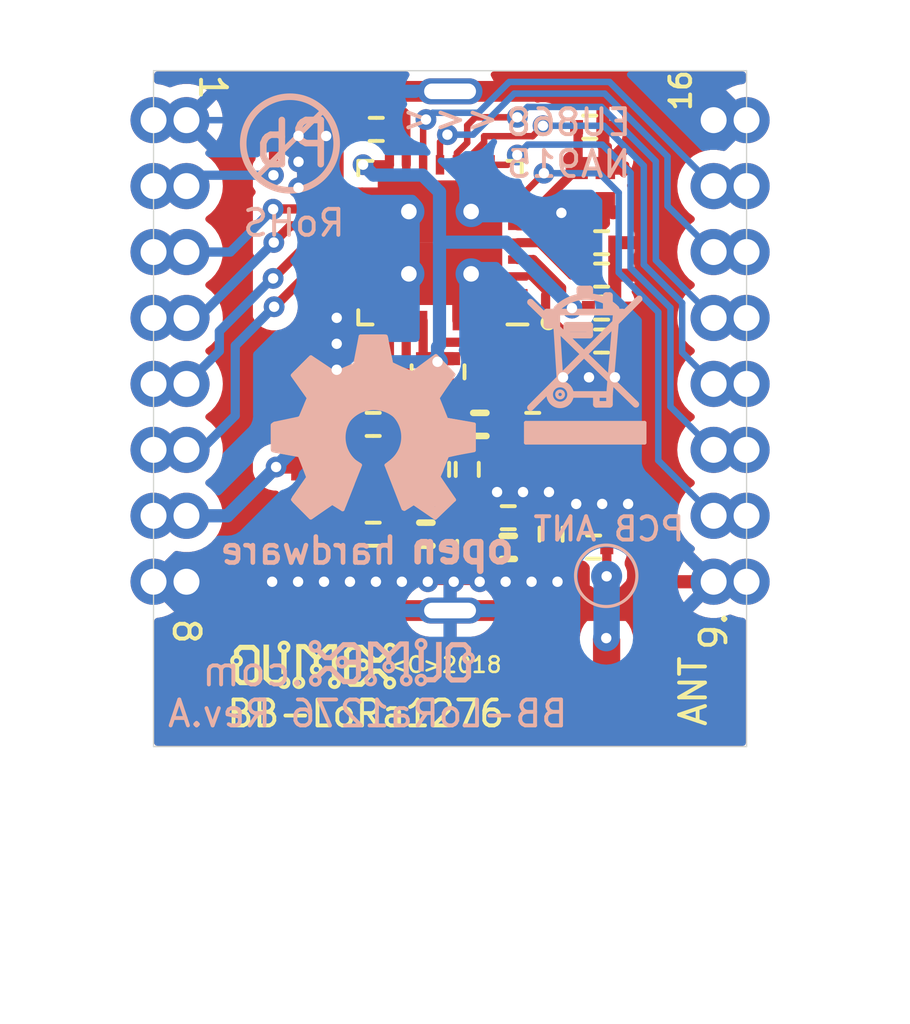
<source format=kicad_pcb>
(kicad_pcb (version 20221018) (generator pcbnew)
  (layers (0 "F.Cu" signal) (31 "B.Cu" signal) (34 "B.Paste" user) (35 "F.Paste" user) (36 "B.SilkS" user "B.Silkscreen") (37 "F.SilkS" user "F.Silkscreen") (38 "B.Mask" user) (39 "F.Mask" user) (44 "Edge.Cuts" user))
  (net 0 "")
  (net 1 "GND")
  (net 2 "Net-(C1-Pad1)")
  (net 3 "Net-(C2-Pad1)")
  (net 4 "VAA")
  (net 5 "Net-(C4-Pad1)")
  (net 6 "Net-(C5-Pad1)")
  (net 7 "Net-(C36-Pad1)")
  (net 8 "Net-(C19-Pad1)")
  (net 9 "Net-(C9-Pad1)")
  (net 10 "Net-(C11-Pad1)")
  (net 11 "Net-(C12-Pad1)")
  (net 12 "Net-(C16-Pad1)")
  (net 13 "Net-(C19-Pad2)")
  (net 14 "Net-(C25-Pad2)")
  (net 15 "/NSS")
  (net 16 "/MOSI")
  (net 17 "/DIO5")
  (net 18 "/RESET")
  (net 19 "/SCK")
  (net 20 "/MISO")
  (net 21 "/DIO0")
  (net 22 "/DIO3")
  (net 23 "/DIO4")
  (net 24 "/DIO2")
  (net 25 "/DIO1")
  (net 26 "Net-(U1-Pad27)")
  (net 27 "Net-(U1-Pad20)")
  (footprint "OLIMEX_RLC-FP:C_0402_5MIL_DWS" (layer "F.Cu") (at 90.475 56.15)
    (fp_text reference "C1" hide)
    (fp_text value "15pF")
  )
  (footprint "OLIMEX_RLC-FP:C_0402_5MIL_DWS" (layer "F.Cu") (at 90.932 60.6)
    (fp_text reference "C2" hide)
    (fp_text value "15pF")
  )
  (footprint "OLIMEX_RLC-FP:C_0402_5MIL_DWS" (layer "F.Cu") (at 90.932 63.119)
    (fp_text reference "C3" hide)
    (fp_text value "100nF")
  )
  (footprint "OLIMEX_RLC-FP:C_0402_5MIL_DWS" (layer "F.Cu") (at 90.932 64.389)
    (fp_text reference "C4" hide)
    (fp_text value "100nF")
  )
  (footprint "OLIMEX_RLC-FP:C_0402_5MIL_DWS" (layer "F.Cu") (at 90.932 61.849)
    (fp_text reference "C5" hide)
    (fp_text value "100nF")
  )
  (footprint "OLIMEX_RLC-FP:C_0402_5MIL_DWS" (layer "F.Cu") (at 82.2452 56.2356 180)
    (fp_text reference "C6" hide)
    (fp_text value "100nF")
  )
  (footprint "OLIMEX_RLC-FP:C_0402_5MIL_DWS" (layer "F.Cu") (at 85.752 69.333 90)
    (fp_text reference "C7" hide)
    (fp_text value "47pF")
  )
  (footprint "OLIMEX_RLC-FP:C_0402_5MIL_DWS" (layer "F.Cu") (at 83.466 69.333 90)
    (fp_text reference "C8" hide)
    (fp_text value "47pF")
  )
  (footprint "OLIMEX_RLC-FP:C_0402_5MIL_DWS" (layer "F.Cu") (at 82.126 71.829 180)
    (fp_text reference "C9" hide)
    (fp_text value "33pF")
  )
  (footprint "OLIMEX_RLC-FP:C_0603_5MIL_DWS" (layer "F.Cu") (at 79.475 70.139 -90)
    (fp_text reference "C10" hide)
    (fp_text value "22uF")
  )
  (footprint "OLIMEX_RLC-FP:C_0402_5MIL_DWS" (layer "F.Cu") (at 85.809 72.337 -90)
    (fp_text reference "C11" hide)
    (fp_text value "4.7pF")
  )
  (footprint "OLIMEX_RLC-FP:C_0402_5MIL_DWS" (layer "F.Cu") (at 87.333 71.194 180)
    (fp_text reference "C12" hide)
    (fp_text value "1.2pF")
  )
  (footprint "OLIMEX_RLC-FP:C_0402_5MIL_DWS" (layer "F.Cu") (at 88.984 71.829 90)
    (fp_text reference "C13" hide)
    (fp_text value "1.8pF")
  )
  (footprint "OLIMEX_RLC-FP:C_0402_5MIL_DWS" (layer "F.Cu") (at 90.625 72.325 180)
    (fp_text reference "C16" hide)
    (fp_text value "47pF")
  )
  (footprint "OLIMEX_RLC-FP:C_0402_5MIL_DWS" (layer "F.Cu") (at 82.127 67.6)
    (fp_text reference "C19" hide)
    (fp_text value "2.2pF")
  )
  (footprint "OLIMEX_RLC-FP:C_0402_5MIL_DWS" (layer "F.Cu") (at 84.052 65.575 -90)
    (fp_text reference "C20" hide)
    (fp_text value "100nF")
  )
  (footprint "OLIMEX_RLC-FP:C_0402_5MIL_DWS" (layer "F.Cu") (at 85.202 65.575 -90)
    (fp_text reference "C21" hide)
    (fp_text value "47pF")
  )
  (footprint "OLIMEX_RLC-FP:C_0402_5MIL_DWS" (layer "F.Cu") (at 88.277 67.6 180)
    (fp_text reference "C25" hide)
    (fp_text value "n.a. (2.2pF)")
  )
  (footprint "OLIMEX_RLC-FP:C_0402_5MIL_DWS" (layer "F.Cu") (at 84.609 69.333 -90)
    (fp_text reference "C36" hide)
    (fp_text value "10nF")
  )
  (footprint "OLIMEX_Connectors-FP:HN1x8_EDGE" (layer "F.Cu") (at 73.66 64.77 90)
    (fp_text reference "CON1" hide)
    (fp_text value "CON8")
  )
  (footprint "OLIMEX_Connectors-FP:HN1x8_EDGE" (layer "F.Cu") (at 96.52 64.77 -90)
    (fp_text reference "CON2" hide)
    (fp_text value "CON8")
  )
  (footprint "OLIMEX_RLC-FP:L_0402_5MIL_DWS" (layer "F.Cu") (at 86.237 67.6 180)
    (fp_text reference "L1" hide)
    (fp_text value "n.a. (82nH)" hide)
  )
  (footprint "OLIMEX_RLC-FP:L_0402_5MIL_DWS" (layer "F.Cu") (at 84.152 67.6)
    (fp_text reference "L2" hide)
    (fp_text value "33nH")
  )
  (footprint "OLIMEX_RLC-FP:L_0402_5MIL_DWS" (layer "F.Cu") (at 80.127 67.6)
    (fp_text reference "L3" hide)
    (fp_text value "6.8nH")
  )
  (footprint "OLIMEX_RLC-FP:L_0402_5MIL_DWS" (layer "F.Cu") (at 84.158 71.829)
    (fp_text reference "L4" hide)
    (fp_text value "10nH")
  )
  (footprint "OLIMEX_RLC-FP:L_0402_5MIL_DWS" (layer "F.Cu") (at 87.333 72.337)
    (fp_text reference "L5" hide)
    (fp_text value "6.2nH")
  )
  (footprint "OLIMEX_IC-FP:QFN-28_EP_6x6_Pitch0.65mm" (layer "F.Cu") (at 84.702 60.6 180)
    (fp_text reference "U1" hide)
    (fp_text value "SX1276")
  )
  (footprint "OLIMEX_Crystal-FP:SMD2016_4p" (layer "F.Cu") (at 90.55 58.4 -90)
    (fp_text reference "X1" hide)
    (fp_text value "32.000MHz_10ppm")
  )
  (footprint "OLIMEX_TestPoints-FP:TP_SMD" (layer "F.Cu") (at 91.125 73.45)
    (fp_text reference "JANT1" hide)
    (fp_text value "TESTPAD" hide)
  )
  (footprint "OLIMEX_Connectors-FP:U.FL-R-SMT-1" (layer "F.Cu") (at 91.125 77.8764 180)
    (fp_text reference "EXT_ANT1" hide)
    (fp_text value "U.FL")
  )
  (footprint "OLIMEX_Other-FP:Shield1620" (layer "F.Cu") (at 85.09 64.77 90)
    (fp_text reference "SHIELD1" hide)
    (fp_text value "TESTPAD")
  )
  (footprint "OLIMEX_LOGOs-FP:OLIMEX_LOGO_SMALL_TB" (layer "F.Cu") (at 79.8068 76.8604)
    (fp_text reference "")
    (fp_text value "")
  )
  (footprint "OLIMEX_LOGOs-FP:LOGO_OPENHARDWARE_8x8" (layer "B.Cu") (at 82.1436 68.199 180)
    (fp_text reference "" hide)
    (fp_text value "" hide)
  )
  (footprint "OLIMEX_LOGOs-FP:LOGO_PBFREE" (layer "B.Cu") (at 79.121 56.4642)
    (fp_text reference "")
    (fp_text value "")
  )
  (footprint "OLIMEX_LOGOs-FP:LOGO_RECYCLEBIN_1" (layer "B.Cu") (at 92.6338 68.3514 180)
    (fp_text reference "" hide)
    (fp_text value "" hide)
  )
  (footprint "OLIMEX_LOGOs-FP:OLIMEX_LOGO_SMALL_TB" (layer "B.Cu") (at 82.8548 76.7588 180)
    (fp_text reference "")
    (fp_text value "")
  )
  (gr_circle (center 91.1098 73.4314) (end 89.9668 73.7362) (stroke (width 0.12)) (fill none) (layer "B.SilkS"))
  (gr_line (start 96.52 53.975) (end 73.66 53.975) (stroke (width 0.05)) (layer "Edge.Cuts"))
  (gr_line (start 73.66 53.975) (end 73.66 80.01) (stroke (width 0.05)) (layer "Edge.Cuts"))
  (gr_line (start 73.66 80.01) (end 96.52 80.01) (stroke (width 0.05)) (layer "Edge.Cuts"))
  (gr_line (start 96.52 80.01) (end 96.52 53.975) (stroke (width 0.05)) (layer "Edge.Cuts"))
  (gr_text "<<<" (at 85.1 55.8) (layer "B.SilkS") (effects (font (size 1 1)) (justify mirror)))
  (gr_text "RoHS" (at 79.0702 59.8424) (layer "B.SilkS") (effects (font (size 1 1)) (justify mirror)))
  (gr_text "EU868\nNA915" (at 89.662 56.769) (layer "B.SilkS") (effects (font (size 1 1)) (justify mirror)))
  (gr_text ".com" (at 77.4954 77.1144) (layer "B.SilkS") (effects (font (size 1.1 1.1)) (justify mirror)))
  (gr_text "PCB ANT" (at 91.2114 71.628) (layer "B.SilkS") (effects (font (size 0.9 0.9)) (justify mirror)))
  (gr_text "BB-LoRa1276 Rev.A" (at 81.915 78.74) (layer "B.SilkS") (effects (font (size 1 1)) (justify mirror)))
  (gr_text "BB-LoRa1276" (at 81.8388 78.74) (layer "F.SilkS") (effects (font (size 1 1))))
  (gr_text "16" (at 93.98 54.737 90) (layer "F.SilkS") (effects (font (size 0.8 0.8))))
  (gr_text "1" (at 75.946 54.61 270) (layer "F.SilkS") (effects (font (size 1 1))))
  (gr_text "9." (at 95.25 75.565 90) (layer "F.SilkS") (effects (font (size 1 1))))
  (gr_text "8" (at 74.93 75.565 270) (layer "F.SilkS") (effects (font (size 1 1))))
  (gr_text "<C>2018" (at 84.8868 76.8604) (layer "F.SilkS") (effects (font (size 0.6 0.6) (thickness 0.1))))
  (gr_text "ANT" (at 94.4626 77.8764 90) (layer "F.SilkS") (effects (font (size 1 1))))
  (segment (start 78.232 73.66) (end 74.93 73.66) (width 0.508) (layer "F.Cu") (net 1))
  (segment (start 92.132522 73.66) (end 95.25 73.66) (width 0.508) (layer "F.Cu") (net 1))
  (segment (start 88.232 73.66) (end 89.232 73.66) (width 0.25) (layer "F.Cu") (net 1))
  (segment (start 80.8736 72.426802) (end 81.090798 72.644) (width 0.508) (layer "F.Cu") (net 1))
  (segment (start 88.984 70.563) (end 88.984 71.321) (width 0.508) (layer "F.Cu") (net 1))
  (segment (start 91.5924 71.374) (end 92.167261 71.948861) (width 0.508) (layer "F.Cu") (net 1))
  (segment (start 81.702 58.65) (end 82.752 58.65) (width 0.3556) (layer "F.Cu") (net 1))
  (segment (start 83.402 63.6) (end 83.402 61.9) (width 0.3556) (layer "F.Cu") (net 1))
  (segment (start 85.752 70.599) (end 85.3834 70.9676) (width 0.508) (layer "F.Cu") (net 1))
  (segment (start 92.709 64.389) (end 93.09 64.77) (width 0.3556) (layer "F.Cu") (net 1))
  (segment (start 80.3275 56.4769) (end 80.3148 56.4896) (width 0.508) (layer "F.Cu") (net 1))
  (segment (start 82.683 69.841) (end 82.674 69.85) (width 0.508) (layer "F.Cu") (net 1))
  (segment (start 88.785 67.6) (end 88.785 67.926202) (width 0.508) (layer "F.Cu") (net 1))
  (segment (start 90.983 56.15) (end 91.805 56.15) (width 0.3556) (layer "F.Cu") (net 1))
  (segment (start 90.2208 73.152) (end 90.2208 73.914) (width 0.508) (layer "F.Cu") (net 1))
  (segment (start 95.25 73.66) (end 96.52 73.66) (width 0.25) (layer "F.Cu") (net 1))
  (segment (start 85.809 72.845) (end 85.834 72.845) (width 0.508) (layer "F.Cu") (net 1))
  (segment (start 91.44 61.849) (end 91.44 63.119) (width 0.3556) (layer "F.Cu") (net 1))
  (segment (start 81.090798 72.644) (end 85.608 72.644) (width 0.508) (layer "F.Cu") (net 1))
  (segment (start 92.075 55.88) (end 95.25 55.88) (width 0.508) (layer "F.Cu") (net 1))
  (segment (start 86.9028 70.2056) (end 87.9028 70.2056) (width 0.25) (layer "F.Cu") (net 1))
  (segment (start 92.167261 71.948861) (end 92.167261 73.694739) (width 0.508) (layer "F.Cu") (net 1))
  (segment (start 85.352 63.6) (end 85.352 62.35) (width 0.3556) (layer "F.Cu") (net 1))
  (segment (start 87.9028 70.2056) (end 88.9028 70.2056) (width 0.25) (layer "F.Cu") (net 1))
  (segment (start 83.399199 66.060799) (end 83.4214 66.083) (width 0.3556) (layer "F.Cu") (net 1))
  (segment (start 85.608 72.644) (end 85.809 72.845) (width 0.508) (layer "F.Cu") (net 1))
  (segment (start 82.32601 70.84521) (end 82.32601 69.85) (width 0.508) (layer "F.Cu") (net 1))
  (segment (start 85.3834 70.9676) (end 82.4484 70.9676) (width 0.508) (layer "F.Cu") (net 1))
  (segment (start 79.475 72.8742) (end 78.6892 73.66) (width 0.508) (layer "F.Cu") (net 1))
  (segment (start 92.353599 71.762523) (end 92.167261 71.948861) (width 0.25) (layer "F.Cu") (net 1))
  (segment (start 80.8736 70.6454) (end 80.8736 72.426802) (width 0.508) (layer "F.Cu") (net 1))
  (segment (start 89.4964 70.2056) (end 89.9536 70.6628) (width 0.25) (layer "F.Cu") (net 1))
  (segment (start 82.32601 69.85) (end 82.32601 68.5292) (width 0.508) (layer "F.Cu") (net 1))
  (segment (start 78.74 64.77) (end 77.09 64.77) (width 0.508) (layer "F.Cu") (net 1))
  (segment (start 86.7156 69.9008) (end 86.7156 70.2056) (width 0.508) (layer "F.Cu") (net 1))
  (segment (start 79.232 73.66) (end 80.232 73.66) (width 0.25) (layer "F.Cu") (net 1))
  (segment (start 88.785 66.4466) (end 88.785 67.6) (width 0.25) (layer "F.Cu") (net 1))
  (segment (start 84.609 69.841) (end 85.752 69.841) (width 0.508) (layer "F.Cu") (net 1))
  (segment (start 85.232 73.66) (end 86.232 73.66) (width 0.25) (layer "F.Cu") (net 1))
  (segment (start 88.984 71.321) (end 89.767 71.321) (width 0.508) (layer "F.Cu") (net 1))
  (segment (start 85.834 72.845) (end 86.0902 73.1012) (width 0.508) (layer "F.Cu") (net 1))
  (segment (start 82.752 58.65) (end 83.502 59.4) (width 0.3556) (layer "F.Cu") (net 1))
  (segment (start 90.3732 74.0664) (end 90.424 74.0664) (width 0.508) (layer "F.Cu") (net 1))
  (segment (start 80.8101 56.4769) (end 80.3275 56.4769) (width 0.508) (layer "F.Cu") (net 1))
  (segment (start 80.491 71.028) (end 80.8736 70.6454) (width 0.508) (layer "F.Cu") (net 1))
  (segment (start 88.9028 70.2056) (end 89.4964 70.2056) (width 0.25) (layer "F.Cu") (net 1))
  (segment (start 89.407576 59.425) (end 89.381152 59.451424) (width 0.3556) (layer "F.Cu") (net 1))
  (segment (start 91.805 56.15) (end 91.8083 56.1467) (width 0.3556) (layer "F.Cu") (net 1))
  (segment (start 91.9536 70.6628) (end 92.353599 71.062799) (width 0.25) (layer "F.Cu") (net 1))
  (segment (start 88.785 67.926202) (end 88.283602 68.4276) (width 0.508) (layer "F.Cu") (net 1))
  (segment (start 83.399199 64.333401) (end 83.399199 66.060799) (width 0.3556) (layer "F.Cu") (net 1))
  (segment (start 86.0902 73.1012) (end 90.17 73.1012) (width 0.508) (layer "F.Cu") (net 1))
  (segment (start 87.702 62.55) (end 86.652 62.55) (width 0.3556) (layer "F.Cu") (net 1))
  (segment (start 79.619 67.6) (end 79.619 65.649) (width 0.508) (layer "F.Cu") (net 1))
  (segment (start 84.052 66.083) (end 85.202 66.083) (width 0.3556) (layer "F.Cu") (net 1))
  (segment (start 81.232 73.66) (end 82.232 73.66) (width 0.25) (layer "F.Cu") (net 1))
  (segment (start 82.674 69.85) (end 82.32601 69.85) (width 0.508) (layer "F.Cu") (net 1))
  (segment (start 79.475 71.028) (end 79.475 72.8742) (width 0.508) (layer "F.Cu") (net 1))
  (segment (start 79.475 71.028) (end 80.491 71.028) (width 0.508) (layer "F.Cu") (net 1))
  (segment (start 90.424 74.0664) (end 90.678 74.3204) (width 0.508) (layer "F.Cu") (net 1))
  (segment (start 90.17 73.1012) (end 90.2208 73.152) (width 0.508) (layer "F.Cu") (net 1))
  (segment (start 89.725 59.425) (end 89.407576 59.425) (width 0.3556) (layer "F.Cu") (net 1))
  (segment (start 80.8736 70.6454) (end 80.8736 68.5292) (width 0.508) (layer "F.Cu") (net 1))
  (segment (start 90.9536 70.6628) (end 91.9536 70.6628) (width 0.25) (layer "F.Cu") (net 1))
  (segment (start 78.232 73.66) (end 79.232 73.66) (width 0.25) (layer "F.Cu") (net 1))
  (segment (start 82.232 73.66) (end 83.232 73.66) (width 0.25) (layer "F.Cu") (net 1))
  (segment (start 86.7156 68.58) (end 86.7156 69.9008) (width 0.508) (layer "F.Cu") (net 1))
  (segment (start 86.652 62.55) (end 85.902 61.8) (width 0.3556) (layer "F.Cu") (net 1))
  (segment (start 85.752 69.841) (end 85.752 70.599) (width 0.508) (layer "F.Cu") (net 1))
  (segment (start 73.66 73.66) (end 74.93 73.66) (width 0.25) (layer "F.Cu") (net 1))
  (segment (start 83.232 73.66) (end 84.232 73.66) (width 0.25) (layer "F.Cu") (net 1))
  (segment (start 83.466 69.841) (end 84.609 69.841) (width 0.508) (layer "F.Cu") (net 1))
  (segment (start 83.466 69.841) (end 82.683 69.841) (width 0.508) (layer "F.Cu") (net 1))
  (segment (start 80.232 73.66) (end 81.232 73.66) (width 0.25) (layer "F.Cu") (net 1))
  (segment (start 89.82 71.374) (end 91.5924 71.374) (width 0.508) (layer "F.Cu") (net 1))
  (segment (start 86.6558 69.841) (end 86.7156 69.9008) (width 0.508) (layer "F.Cu") (net 1))
  (segment (start 88.283602 68.4276) (end 86.868 68.4276) (width 0.508) (layer "F.Cu") (net 1))
  (segment (start 89.4456 65.786) (end 90.4456 65.786) (width 0.25) (layer "F.Cu") (net 1))
  (segment (start 86.974999 70.464999) (end 88.885999 70.464999) (width 0.508) (layer "F.Cu") (net 1))
  (segment (start 88.885999 70.464999) (end 88.984 70.563) (width 0.508) (layer "F.Cu") (net 1))
  (segment (start 89.9536 70.6628) (end 90.9536 70.6628) (width 0.25) (layer "F.Cu") (net 1))
  (segment (start 85.752 69.841) (end 86.6558 69.841) (width 0.508) (layer "F.Cu") (net 1))
  (segment (start 91.805 56.15) (end 92.075 55.88) (width 0.508) (layer "F.Cu") (net 1))
  (segment (start 95.25 55.88) (end 96.52 55.88) (width 0.25) (layer "F.Cu") (net 1))
  (segment (start 91.44 60.6) (end 91.44 61.849) (width 0.3556) (layer "F.Cu") (net 1))
  (segment (start 82.4484 70.9676) (end 82.32601 70.84521) (width 0.508) (layer "F.Cu") (net 1))
  (segment (start 90.983 56.15) (end 90.983 57.633) (width 0.3556) (layer "F.Cu") (net 1))
  (segment (start 85.352 62.35) (end 85.902 61.8) (width 0.3556) (layer "F.Cu") (net 1))
  (segment (start 78.6892 73.66) (end 78.232 73.66) (width 0.508) (layer "F.Cu") (net 1))
  (segment (start 91.44 64.389) (end 92.709 64.389) (width 0.3556) (layer "F.Cu") (net 1))
  (segment (start 83.4214 66.083) (end 84.052 66.083) (width 0.3556) (layer "F.Cu") (net 1))
  (segment (start 90.678 74.3204) (end 91.5416 74.3204) (width 0.508) (layer "F.Cu") (net 1))
  (segment (start 86.868 68.4276) (end 86.7156 68.58) (width 0.508) (layer "F.Cu") (net 1))
  (segment (start 89.4456 65.786) (end 88.785 66.4466) (width 0.25) (layer "F.Cu") (net 1))
  (segment (start 83.402 63.6) (end 83.402 64.3306) (width 0.3556) (layer "F.Cu") (net 1))
  (segment (start 90.4456 65.786) (end 91.4456 65.786) (width 0.25) (layer "F.Cu") (net 1))
  (segment (start 80.8101 56.4769) (end 81.0514 56.2356) (width 0.3556) (layer "F.Cu") (net 1))
  (segment (start 86.7156 70.2056) (end 86.974999 70.464999) (width 0.508) (layer "F.Cu") (net 1))
  (segment (start 83.402 64.3306) (end 83.399199 64.333401) (width 0.3556) (layer "F.Cu") (net 1))
  (segment (start 91.44 65.7804) (end 91.4456 65.786) (width 0.25) (layer "F.Cu") (net 1))
  (segment (start 79.619 65.649) (end 78.74 64.77) (width 0.508) (layer "F.Cu") (net 1))
  (segment (start 84.232 73.66) (end 85.232 73.66) (width 0.25) (layer "F.Cu") (net 1))
  (segment (start 87.232 73.66) (end 88.232 73.66) (width 0.25) (layer "F.Cu") (net 1))
  (segment (start 89.767 71.321) (end 89.82 71.374) (width 0.508) (layer "F.Cu") (net 1))
  (segment (start 90.983 57.633) (end 91.075 57.725) (width 0.3556) (layer "F.Cu") (net 1))
  (segment (start 92.353599 71.062799) (end 92.353599 71.762523) (width 0.25) (layer "F.Cu") (net 1))
  (segment (start 90.2208 73.914) (end 90.3732 74.0664) (width 0.508) (layer "F.Cu") (net 1))
  (segment (start 81.702 58.65) (end 80.9714 58.65) (width 0.3556) (layer "F.Cu") (net 1))
  (segment (start 81.0514 56.2356) (end 81.7372 56.2356) (width 0.3556) (layer "F.Cu") (net 1))
  (segment (start 86.232 73.66) (end 87.232 73.66) (width 0.25) (layer "F.Cu") (net 1))
  (segment (start 91.44 64.389) (end 91.44 65.7804) (width 0.25) (layer "F.Cu") (net 1))
  (segment (start 92.167261 73.694739) (end 92.132522 73.66) (width 0.508) (layer "F.Cu") (net 1))
  (segment (start 91.5416 74.3204) (end 92.167261 73.694739) (width 0.508) (layer "F.Cu") (net 1))
  (segment (start 83.402 61.9) (end 83.502 61.8) (width 0.3556) (layer "F.Cu") (net 1))
  (segment (start 74.93 55.88) (end 73.66 55.88) (width 0.25) (layer "F.Cu") (net 1))
  (segment (start 80.9714 58.65) (end 80.8101 58.4887) (width 0.3556) (layer "F.Cu") (net 1))
  (segment (start 80.8101 58.4887) (end 80.8101 56.4769) (width 0.3556) (layer "F.Cu") (net 1))
  (segment (start 91.44 63.119) (end 91.44 64.389) (width 0.3556) (layer "F.Cu") (net 1))
  (via (at 79.232 73.66) (size 0.8) (drill 0.4) (layers "F.Cu" "B.Cu") (net 1))
  (via (at 80.232 73.66) (size 0.8) (drill 0.4) (layers "F.Cu" "B.Cu") (net 1))
  (via (at 81.232 73.66) (size 0.8) (drill 0.4) (layers "F.Cu" "B.Cu") (net 1))
  (via (at 82.232 73.66) (size 0.8) (drill 0.4) (layers "F.Cu" "B.Cu") (net 1))
  (via (at 83.232 73.66) (size 0.8) (drill 0.4) (layers "F.Cu" "B.Cu") (net 1))
  (via (at 84.232 73.66) (size 0.8) (drill 0.4) (layers "F.Cu" "B.Cu") (net 1))
  (via (at 85.232 73.66) (size 0.8) (drill 0.4) (layers "F.Cu" "B.Cu") (net 1))
  (via (at 86.232 73.66) (size 0.8) (drill 0.4) (layers "F.Cu" "B.Cu") (net 1))
  (via (at 87.232 73.66) (size 0.8) (drill 0.4) (layers "F.Cu" "B.Cu") (net 1))
  (via (at 88.232 73.66) (size 0.8) (drill 0.4) (layers "F.Cu" "B.Cu") (net 1))
  (via (at 89.232 73.66) (size 0.8) (drill 0.4) (layers "F.Cu" "B.Cu") (net 1))
  (via (at 88.9028 70.2056) (size 0.8) (drill 0.4) (layers "F.Cu" "B.Cu") (net 1))
  (via (at 87.9028 70.2056) (size 0.8) (drill 0.4) (layers "F.Cu" "B.Cu") (net 1))
  (via (at 91.9536 70.6628) (size 0.8) (drill 0.4) (layers "F.Cu" "B.Cu") (net 1))
  (via (at 90.9536 70.6628) (size 0.8) (drill 0.4) (layers "F.Cu" "B.Cu") (net 1))
  (via (at 86.9028 70.2056) (size 0.8) (drill 0.4) (layers "F.Cu" "B.Cu") (net 1))
  (via (at 89.9536 70.6628) (size 0.8) (drill 0.4) (layers "F.Cu" "B.Cu") (net 1))
  (via (at 89.4456 65.786) (size 0.8) (drill 0.4) (layers "F.Cu" "B.Cu") (net 1))
  (via (at 90.4456 65.786) (size 0.8) (drill 0.4) (layers "F.Cu" "B.Cu") (net 1))
  (via (at 91.4456 65.786) (size 0.8) (drill 0.4) (layers "F.Cu" "B.Cu") (net 1))
  (via (at 80.7212 65.4944) (size 0.8) (drill 0.4) (layers "F.Cu" "B.Cu") (net 1))
  (via (at 80.7212 63.4944) (size 0.8) (drill 0.4) (layers "F.Cu" "B.Cu") (net 1))
  (via (at 80.7212 64.4944) (size 0.8) (drill 0.4) (layers "F.Cu" "B.Cu") (net 1))
  (via (at 79.248 56.484) (size 0.8) (drill 0.4) (layers "F.Cu" "B.Cu") (net 1))
  (via (at 79.248 58.484) (size 0.8) (drill 0.4) (layers "F.Cu" "B.Cu") (net 1))
  (via (at 79.248 57.484) (size 0.8) (drill 0.4) (layers "F.Cu" "B.Cu") (net 1))
  (via (at 78.232 73.66) (size 0.8) (drill 0.4) (layers "F.Cu" "B.Cu") (net 1))
  (via (at 89.381152 59.451424) (size 0.8) (drill 0.4) (layers "F.Cu" "B.Cu") (net 1))
  (via (at 80.3148 56.4896) (size 0.8) (drill 0.4) (layers "F.Cu" "B.Cu") (net 1))
  (segment (start 78.644 55.88) (end 79.248 56.484) (width 0.25) (layer "B.Cu") (net 1))
  (segment (start 74.93 55.88) (end 78.644 55.88) (width 0.25) (layer "B.Cu") (net 1))
  (segment (start 94.9833 56.1467) (end 95.25 55.88) (width 0.3556) (layer "B.Cu") (net 1))
  (segment (start 90.025 57.725) (end 90.025 56.208) (width 0.3556) (layer "F.Cu") (net 2))
  (segment (start 87.702 59.3) (end 88.4326 59.3) (width 0.3556) (layer "F.Cu") (net 2))
  (segment (start 90.025 56.208) (end 89.967 56.15) (width 0.3556) (layer "F.Cu") (net 2))
  (segment (start 89.725 58.0076) (end 89.725 57.763908) (width 0.3556) (layer "F.Cu") (net 2))
  (segment (start 88.4326 59.3) (end 89.725 58.0076) (width 0.3556) (layer "F.Cu") (net 2))
  (segment (start 89.725 57.763908) (end 89.725 57.375) (width 0.3556) (layer "F.Cu") (net 2))
  (segment (start 91.075 59.8556) (end 90.424 60.5066) (width 0.3556) (layer "F.Cu") (net 3))
  (segment (start 91.075 59.075) (end 91.075 59.8556) (width 0.3556) (layer "F.Cu") (net 3))
  (segment (start 88.675752 59.95) (end 89.325752 60.6) (width 0.3556) (layer "F.Cu") (net 3))
  (segment (start 90.424 60.5066) (end 90.424 60.6) (width 0.3556) (layer "F.Cu") (net 3))
  (segment (start 89.325752 60.6) (end 89.8184 60.6) (width 0.3556) (layer "F.Cu") (net 3))
  (segment (start 89.8184 60.6) (end 90.424 60.6) (width 0.3556) (layer "F.Cu") (net 3))
  (segment (start 91.075 59.505042) (end 91.075 59.075) (width 0.3556) (layer "F.Cu") (net 3))
  (segment (start 87.702 59.95) (end 88.675752 59.95) (width 0.3556) (layer "F.Cu") (net 3))
  (segment (start 89.389001 62.719001) (end 89.789 63.119) (width 0.3556) (layer "F.Cu") (net 4))
  (segment (start 89.389001 62.338001) (end 89.389001 62.719001) (width 0.3556) (layer "F.Cu") (net 4))
  (segment (start 84.6328 65.067) (end 85.202 65.067) (width 0.508) (layer "F.Cu") (net 4))
  (segment (start 84.052 65.067) (end 84.6328 65.067) (width 0.508) (layer "F.Cu") (net 4))
  (segment (start 88.301 61.25) (end 89.389001 62.338001) (width 0.3556) (layer "F.Cu") (net 4))
  (segment (start 79.4654 69.2404) (end 79.475 69.25) (width 0.508) (layer "F.Cu") (net 4))
  (segment (start 90.424 63.119) (end 89.789 63.119) (width 0.3556) (layer "F.Cu") (net 4))
  (segment (start 82.7532 57.5988) (end 82.752 57.6) (width 0.3556) (layer "F.Cu") (net 4))
  (segment (start 81.7427 57.6) (end 81.7372 57.5945) (width 0.3556) (layer "F.Cu") (net 4))
  (segment (start 82.7532 56.2356) (end 82.7532 57.5988) (width 0.3556) (layer "F.Cu") (net 4))
  (segment (start 84.052 63.6) (end 84.052 65.067) (width 0.3556) (layer "F.Cu") (net 4))
  (segment (start 87.702 61.25) (end 88.301 61.25) (width 0.3556) (layer "F.Cu") (net 4))
  (segment (start 82.752 57.6) (end 81.7427 57.6) (width 0.3556) (layer "F.Cu") (net 4))
  (segment (start 78.3844 69.2404) (end 79.4654 69.2404) (width 0.508) (layer "F.Cu") (net 4))
  (segment (start 84.6328 65.161772) (end 84.607495 65.187077) (width 0.3556) (layer "F.Cu") (net 4))
  (segment (start 73.66 71.12) (end 74.93 71.12) (width 0.25) (layer "F.Cu") (net 4))
  (segment (start 84.6328 65.067) (end 84.6328 65.161772) (width 0.3556) (layer "F.Cu") (net 4))
  (via (at 84.607495 65.187077) (size 0.8) (drill 0.4) (layers "F.Cu" "B.Cu") (net 4))
  (via (at 81.7372 57.5945) (size 0.8) (drill 0.4) (layers "F.Cu" "B.Cu") (net 4))
  (via (at 89.789 63.119) (size 0.8) (drill 0.4) (layers "F.Cu" "B.Cu") (net 4))
  (via (at 78.3844 69.2404) (size 0.8) (drill 0.4) (layers "F.Cu" "B.Cu") (net 4))
  (segment (start 84.607495 64.621392) (end 84.607495 65.187077) (width 0.508) (layer "B.Cu") (net 4))
  (segment (start 84.6836 64.545287) (end 84.607495 64.621392) (width 0.508) (layer "B.Cu") (net 4))
  (segment (start 87.249 60.579) (end 89.789 63.119) (width 0.508) (layer "B.Cu") (net 4))
  (segment (start 81.7372 57.5945) (end 82.137199 57.994499) (width 0.508) (layer "B.Cu") (net 4))
  (segment (start 82.137199 57.994499) (end 84.029499 57.994499) (width 0.508) (layer "B.Cu") (net 4))
  (segment (start 84.029499 57.994499) (end 84.6836 58.6486) (width 0.508) (layer "B.Cu") (net 4))
  (segment (start 84.6836 60.6044) (end 84.6836 64.545287) (width 0.508) (layer "B.Cu") (net 4))
  (segment (start 82.437723 65.187077) (end 78.3844 69.2404) (width 0.508) (layer "B.Cu") (net 4))
  (segment (start 76.5048 71.12) (end 78.3844 69.2404) (width 0.508) (layer "B.Cu") (net 4))
  (segment (start 84.607495 65.187077) (end 82.437723 65.187077) (width 0.508) (layer "B.Cu") (net 4))
  (segment (start 87.249 60.579) (end 84.709 60.579) (width 0.508) (layer "B.Cu") (net 4))
  (segment (start 84.6836 58.6486) (end 84.6836 60.6044) (width 0.508) (layer "B.Cu") (net 4))
  (segment (start 84.709 60.579) (end 84.6836 60.6044) (width 0.508) (layer "B.Cu") (net 4))
  (segment (start 74.93 71.12) (end 76.5048 71.12) (width 0.508) (layer "B.Cu") (net 4))
  (segment (start 88.189 61.9) (end 88.773 62.484) (width 0.25) (layer "F.Cu") (net 5))
  (segment (start 88.773 63.3436) (end 88.773 62.611) (width 0.3556) (layer "F.Cu") (net 5))
  (segment (start 89.8184 64.389) (end 88.773 63.3436) (width 0.3556) (layer "F.Cu") (net 5))
  (segment (start 88.773 62.484) (end 88.773 62.611) (width 0.25) (layer "F.Cu") (net 5))
  (segment (start 87.702 61.9) (end 88.189 61.9) (width 0.25) (layer "F.Cu") (net 5))
  (segment (start 90.424 64.389) (end 89.8184 64.389) (width 0.3556) (layer "F.Cu") (net 5))
  (segment (start 87.702 60.6) (end 88.54 60.6) (width 0.3556) (layer "F.Cu") (net 6))
  (segment (start 89.789 61.849) (end 89.8184 61.849) (width 0.3556) (layer "F.Cu") (net 6))
  (segment (start 89.8184 61.849) (end 90.424 61.849) (width 0.3556) (layer "F.Cu") (net 6))
  (segment (start 88.54 60.6) (end 89.789 61.849) (width 0.3556) (layer "F.Cu") (net 6))
  (segment (start 84.66 68.774) (end 84.609 68.825) (width 0.508) (layer "F.Cu") (net 7))
  (segment (start 85.775232 64.43519) (end 85.854801 64.514759) (width 0.3556) (layer "F.Cu") (net 7))
  (segment (start 83.466 68.825) (end 84.609 68.825) (width 0.508) (layer "F.Cu") (net 7))
  (segment (start 84.66 67.6) (end 85.729 67.6) (width 0.508) (layer "F.Cu") (net 7))
  (segment (start 85.854801 66.843599) (end 85.729 66.9694) (width 0.3556) (layer "F.Cu") (net 7))
  (segment (start 84.702 64.3306) (end 84.80659 64.43519) (width 0.3556) (layer "F.Cu") (net 7))
  (segment (start 85.729 67.6) (end 85.729 68.802) (width 0.508) (layer "F.Cu") (net 7))
  (segment (start 84.80659 64.43519) (end 85.775232 64.43519) (width 0.3556) (layer "F.Cu") (net 7))
  (segment (start 85.729 66.9694) (end 85.729 67.6) (width 0.3556) (layer "F.Cu") (net 7))
  (segment (start 84.702 63.6) (end 84.702 64.3306) (width 0.3556) (layer "F.Cu") (net 7))
  (segment (start 85.729 68.802) (end 85.752 68.825) (width 0.508) (layer "F.Cu") (net 7))
  (segment (start 84.66 67.6) (end 84.66 68.774) (width 0.508) (layer "F.Cu") (net 7))
  (segment (start 85.854801 64.514759) (end 85.854801 66.843599) (width 0.3556) (layer "F.Cu") (net 7))
  (segment (start 85.752 68.825) (end 84.609 68.825) (width 0.508) (layer "F.Cu") (net 7))
  (segment (start 80.635 67.6) (end 81.619 67.6) (width 0.508) (layer "F.Cu") (net 8))
  (segment (start 81.702 62.55) (end 81.702 67.517) (width 0.3556) (layer "F.Cu") (net 8))
  (segment (start 81.702 67.517) (end 81.619 67.6) (width 0.3556) (layer "F.Cu") (net 8))
  (segment (start 81.618 71.829) (end 81.618 67.601) (width 0.508) (layer "F.Cu") (net 8))
  (segment (start 81.618 67.601) (end 81.619 67.6) (width 0.508) (layer "F.Cu") (net 8))
  (segment (start 82.634 71.829) (end 83.65 71.829) (width 0.508) (layer "F.Cu") (net 9))
  (segment (start 86.8101 71.829) (end 86.825 71.8439) (width 0.508) (layer "F.Cu") (net 10))
  (segment (start 86.825 71.8439) (end 86.825 72.337) (width 0.508) (layer "F.Cu") (net 10))
  (segment (start 84.666 71.829) (end 85.809 71.829) (width 0.508) (layer "F.Cu") (net 10))
  (segment (start 85.809 71.829) (end 86.8101 71.829) (width 0.508) (layer "F.Cu") (net 10))
  (segment (start 86.825 71.194) (end 86.825 71.8439) (width 0.508) (layer "F.Cu") (net 10))
  (segment (start 87.841 71.194) (end 87.841 72.337) (width 0.508) (layer "F.Cu") (net 11))
  (segment (start 88.996 72.325) (end 88.984 72.337) (width 0.508) (layer "F.Cu") (net 11))
  (segment (start 90.117 72.325) (end 88.996 72.325) (width 0.508) (layer "F.Cu") (net 11))
  (segment (start 87.841 72.337) (end 88.984 72.337) (width 0.508) (layer "F.Cu") (net 11))
  (segment (start 91.125 75.8469) (end 91.1098 75.8317) (width 0.508) (layer "F.Cu") (net 12))
  (segment (start 91.125 75.87801) (end 91.1098 75.87801) (width 1.016) (layer "F.Cu") (net 12))
  (segment (start 91.1098 76.3612) (end 91.125 76.3764) (width 0.25) (layer "F.Cu") (net 12))
  (segment (start 91.1098 75.8317) (end 91.1098 76.3612) (width 0.25) (layer "F.Cu") (net 12))
  (segment (start 91.133 73.442) (end 91.125 73.45) (width 0.3556) (layer "F.Cu") (net 12))
  (segment (start 91.133 72.325) (end 91.133 73.442) (width 0.3556) (layer "F.Cu") (net 12))
  (via (at 91.1098 75.8317) (size 0.8) (drill 0.4) (layers "F.Cu" "B.Cu") (net 12))
  (segment (start 91.125 75.8165) (end 91.1098 75.8317) (width 1.016) (layer "B.Cu") (net 12))
  (segment (start 91.125 73.45) (end 91.125 75.8165) (width 1.016) (layer "B.Cu") (net 12))
  (segment (start 82.752 67.483) (end 82.635 67.6) (width 0.3556) (layer "F.Cu") (net 13))
  (segment (start 82.635 67.6) (end 83.644 67.6) (width 0.508) (layer "F.Cu") (net 13))
  (segment (start 82.752 63.6) (end 82.752 67.483) (width 0.3556) (layer "F.Cu") (net 13))
  (segment (start 86.652 67.507) (end 86.745 67.6) (width 0.3556) (layer "F.Cu") (net 14))
  (segment (start 86.745 67.6) (end 87.769 67.6) (width 0.508) (layer "F.Cu") (net 14))
  (segment (start 86.652 63.6) (end 86.652 67.507) (width 0.3556) (layer "F.Cu") (net 14))
  (segment (start 78.329046 63.0682) (end 78.3082 63.0682) (width 0.3556) (layer "F.Cu") (net 15))
  (segment (start 73.66 68.58) (end 74.93 68.58) (width 0.25) (layer "F.Cu") (net 15))
  (segment (start 80.147246 61.25) (end 78.329046 63.0682) (width 0.3556) (layer "F.Cu") (net 15))
  (segment (start 81.702 61.25) (end 80.147246 61.25) (width 0.3556) (layer "F.Cu") (net 15))
  (via (at 78.3082 63.0682) (size 0.8) (drill 0.4) (layers "F.Cu" "B.Cu") (net 15))
  (segment (start 76.8096 67.2592) (end 75.4888 68.58) (width 0.3556) (layer "B.Cu") (net 15))
  (segment (start 75.4888 68.58) (end 74.93 68.58) (width 0.3556) (layer "B.Cu") (net 15))
  (segment (start 76.8096 64.5668) (end 76.8096 67.2592) (width 0.3556) (layer "B.Cu") (net 15))
  (segment (start 78.3082 63.0682) (end 76.8096 64.5668) (width 0.3556) (layer "B.Cu") (net 15))
  (segment (start 79.6461 60.6) (end 78.2701 61.976) (width 0.3556) (layer "F.Cu") (net 16))
  (segment (start 73.66 66.04) (end 74.93 66.04) (width 0.25) (layer "F.Cu") (net 16))
  (segment (start 81.702 60.6) (end 79.6461 60.6) (width 0.3556) (layer "F.Cu") (net 16))
  (via (at 78.2701 61.976) (size 0.8) (drill 0.4) (layers "F.Cu" "B.Cu") (net 16))
  (segment (start 76.196801 64.011199) (end 76.196801 64.773199) (width 0.3556) (layer "B.Cu") (net 16))
  (segment (start 78.232 61.976) (end 76.196801 64.011199) (width 0.3556) (layer "B.Cu") (net 16))
  (segment (start 78.2701 61.976) (end 78.232 61.976) (width 0.3556) (layer "B.Cu") (net 16))
  (segment (start 75.818999 65.151001) (end 74.93 66.04) (width 0.3556) (layer "B.Cu") (net 16))
  (segment (start 76.196801 64.773199) (end 75.818999 65.151001) (width 0.3556) (layer "B.Cu") (net 16))
  (segment (start 83.402 57.6) (end 83.402 56.8694) (width 0.3556) (layer "F.Cu") (net 17))
  (segment (start 78.2828 56.0832) (end 78.2828 57.435215) (width 0.3556) (layer "F.Cu") (net 17))
  (segment (start 78.783201 55.582799) (end 78.2828 56.0832) (width 0.3556) (layer "F.Cu") (net 17))
  (segment (start 73.66 58.42) (end 74.93 58.42) (width 0.25) (layer "F.Cu") (net 17))
  (segment (start 78.2828 57.435215) (end 78.2828 58.0009) (width 0.3556) (layer "F.Cu") (net 17))
  (segment (start 83.384974 55.649632) (end 83.318141 55.582799) (width 0.3556) (layer "F.Cu") (net 17))
  (segment (start 83.318141 55.582799) (end 78.783201 55.582799) (width 0.3556) (layer "F.Cu") (net 17))
  (segment (start 83.384974 56.852374) (end 83.384974 55.649632) (width 0.3556) (layer "F.Cu") (net 17))
  (segment (start 83.402 56.8694) (end 83.384974 56.852374) (width 0.3556) (layer "F.Cu") (net 17))
  (via (at 78.2828 58.0009) (size 0.8) (drill 0.4) (layers "F.Cu" "B.Cu") (net 17))
  (segment (start 75.3491 58.0009) (end 74.93 58.42) (width 0.3556) (layer "B.Cu") (net 17))
  (segment (start 78.2828 58.0009) (end 75.3491 58.0009) (width 0.3556) (layer "B.Cu") (net 17))
  (segment (start 87.702 58.65) (end 87.982624 58.65) (width 0.25) (layer "F.Cu") (net 18))
  (segment (start 95.25 71.12) (end 96.52 71.12) (width 0.25) (layer "F.Cu") (net 18))
  (segment (start 87.982624 58.65) (end 88.708712 57.923912) (width 0.25) (layer "F.Cu") (net 18))
  (via (at 88.708712 57.923912) (size 0.8) (drill 0.4) (layers "F.Cu" "B.Cu") (net 18))
  (segment (start 91.5924 61.751632) (end 93.1164 63.275632) (width 0.25) (layer "B.Cu") (net 18))
  (segment (start 91.5924 58.674) (end 91.5924 61.751632) (width 0.25) (layer "B.Cu") (net 18))
  (segment (start 88.708712 57.923912) (end 90.842312 57.923912) (width 0.25) (layer "B.Cu") (net 18))
  (segment (start 93.1164 63.275632) (end 93.1164 68.9864) (width 0.25) (layer "B.Cu") (net 18))
  (segment (start 93.1164 68.9864) (end 94.361001 70.231001) (width 0.25) (layer "B.Cu") (net 18))
  (segment (start 90.842312 57.923912) (end 91.5924 58.674) (width 0.25) (layer "B.Cu") (net 18))
  (segment (start 94.361001 70.231001) (end 95.25 71.12) (width 0.25) (layer "B.Cu") (net 18))
  (segment (start 81.702 59.3) (end 78.2791 59.3) (width 0.3556) (layer "F.Cu") (net 19))
  (segment (start 78.2791 59.3) (end 78.2701 59.309) (width 0.3556) (layer "F.Cu") (net 19))
  (segment (start 73.66 60.96) (end 74.93 60.96) (width 0.25) (layer "F.Cu") (net 19))
  (via (at 78.2701 59.309) (size 0.8) (drill 0.4) (layers "F.Cu" "B.Cu") (net 19))
  (segment (start 76.6191 60.96) (end 74.93 60.96) (width 0.3556) (layer "B.Cu") (net 19))
  (segment (start 78.2701 59.309) (end 76.6191 60.96) (width 0.3556) (layer "B.Cu") (net 19))
  (segment (start 78.9372 59.95) (end 78.2955 60.5917) (width 0.3556) (layer "F.Cu") (net 20))
  (segment (start 81.702 59.95) (end 78.9372 59.95) (width 0.3556) (layer "F.Cu") (net 20))
  (segment (start 73.66 63.5) (end 74.93 63.5) (width 0.25) (layer "F.Cu") (net 20))
  (via (at 78.2955 60.5917) (size 0.8) (drill 0.4) (layers "F.Cu" "B.Cu") (net 20))
  (segment (start 78.2955 60.5917) (end 75.3872 63.5) (width 0.3556) (layer "B.Cu") (net 20))
  (segment (start 75.3872 63.5) (end 74.93 63.5) (width 0.3556) (layer "B.Cu") (net 20))
  (segment (start 95.25 68.58) (end 96.52 68.58) (width 0.25) (layer "F.Cu") (net 21))
  (segment (start 86.652 57.6) (end 87.302591 57.6) (width 0.25) (layer "F.Cu") (net 21))
  (segment (start 87.302591 57.6) (end 87.6808 57.221791) (width 0.25) (layer "F.Cu") (net 21))
  (via (at 87.6808 57.221791) (size 0.8) (drill 0.4) (layers "F.Cu" "B.Cu") (net 21))
  (segment (start 90.958988 56.821792) (end 92.0496 57.912404) (width 0.25) (layer "B.Cu") (net 21))
  (segment (start 87.6808 57.221791) (end 88.080799 56.821792) (width 0.25) (layer "B.Cu") (net 21))
  (segment (start 93.585988 63.108809) (end 93.585988 66.915988) (width 0.25) (layer "B.Cu") (net 21))
  (segment (start 88.080799 56.821792) (end 90.958988 56.821792) (width 0.25) (layer "B.Cu") (net 21))
  (segment (start 92.0496 57.912404) (end 92.0496 61.572421) (width 0.25) (layer "B.Cu") (net 21))
  (segment (start 94.361001 67.691001) (end 95.25 68.58) (width 0.25) (layer "B.Cu") (net 21))
  (segment (start 92.0496 61.572421) (end 93.585988 63.108809) (width 0.25) (layer "B.Cu") (net 21))
  (segment (start 93.585988 66.915988) (end 94.361001 67.691001) (width 0.25) (layer "B.Cu") (net 21))
  (segment (start 95.25 60.96) (end 96.52 60.96) (width 0.25) (layer "F.Cu") (net 22))
  (segment (start 84.702 57.6) (end 84.702 56.7252) (width 0.25) (layer "F.Cu") (net 22))
  (segment (start 84.702 56.7252) (end 84.9884 56.4388) (width 0.25) (layer "F.Cu") (net 22))
  (via (at 84.9884 56.4388) (size 0.8) (drill 0.4) (layers "F.Cu" "B.Cu") (net 22))
  (segment (start 93.472001 57.278411) (end 93.472001 59.182001) (width 0.25) (layer "B.Cu") (net 22))
  (segment (start 84.9884 56.4388) (end 85.980411 56.4388) (width 0.25) (layer "B.Cu") (net 22))
  (segment (start 85.980411 56.4388) (end 87.562401 54.85681) (width 0.25) (layer "B.Cu") (net 22))
  (segment (start 91.0504 54.85681) (end 93.472001 57.278411) (width 0.25) (layer "B.Cu") (net 22))
  (segment (start 93.472001 59.182001) (end 94.361001 60.071001) (width 0.25) (layer "B.Cu") (net 22))
  (segment (start 87.562401 54.85681) (end 91.0504 54.85681) (width 0.25) (layer "B.Cu") (net 22))
  (segment (start 94.361001 60.071001) (end 95.25 60.96) (width 0.25) (layer "B.Cu") (net 22))
  (segment (start 84.052 57.6) (end 84.052 55.966407) (width 0.25) (layer "F.Cu") (net 23))
  (segment (start 84.052 55.966407) (end 84.162776 55.855631) (width 0.25) (layer "F.Cu") (net 23))
  (segment (start 95.25 58.42) (end 96.52 58.42) (width 0.25) (layer "F.Cu") (net 23))
  (via (at 84.162776 55.855631) (size 0.8) (drill 0.4) (layers "F.Cu" "B.Cu") (net 23))
  (segment (start 91.236799 54.406799) (end 94.361001 57.531001) (width 0.25) (layer "B.Cu") (net 23))
  (segment (start 94.361001 57.531001) (end 95.25 58.42) (width 0.25) (layer "B.Cu") (net 23))
  (segment (start 86.18173 55.59501) (end 87.31914 54.4576) (width 0.25) (layer "B.Cu") (net 23))
  (segment (start 87.31914 54.4576) (end 87.3252 54.4576) (width 0.25) (layer "B.Cu") (net 23))
  (segment (start 84.423397 55.59501) (end 86.18173 55.59501) (width 0.25) (layer "B.Cu") (net 23))
  (segment (start 87.376001 54.406799) (end 91.236799 54.406799) (width 0.25) (layer "B.Cu") (net 23))
  (segment (start 84.162776 55.855631) (end 84.423397 55.59501) (width 0.25) (layer "B.Cu") (net 23))
  (segment (start 87.3252 54.4576) (end 87.376001 54.406799) (width 0.25) (layer "B.Cu") (net 23))
  (segment (start 85.352 57.148202) (end 85.7504 56.749802) (width 0.25) (layer "F.Cu") (net 24))
  (segment (start 85.352 57.6) (end 85.352 57.148202) (width 0.25) (layer "F.Cu") (net 24))
  (segment (start 95.25 63.5) (end 96.52 63.5) (width 0.25) (layer "F.Cu") (net 24))
  (segment (start 86.0636 55.77) (end 87.6808 55.77) (width 0.25) (layer "F.Cu") (net 24))
  (segment (start 85.7504 56.749802) (end 85.7504 56.0832) (width 0.25) (layer "F.Cu") (net 24))
  (segment (start 85.7504 56.0832) (end 86.0636 55.77) (width 0.25) (layer "F.Cu") (net 24))
  (via (at 87.6808 55.77) (size 0.8) (drill 0.4) (layers "F.Cu" "B.Cu") (net 24))
  (segment (start 88.080799 55.370001) (end 90.927181 55.370001) (width 0.25) (layer "B.Cu") (net 24))
  (segment (start 90.927181 55.370001) (end 93.02199 57.46481) (width 0.25) (layer "B.Cu") (net 24))
  (segment (start 87.6808 55.77) (end 88.080799 55.370001) (width 0.25) (layer "B.Cu") (net 24))
  (segment (start 93.02199 57.46481) (end 93.02199 61.27199) (width 0.25) (layer "B.Cu") (net 24))
  (segment (start 93.02199 61.27199) (end 95.25 63.5) (width 0.25) (layer "B.Cu") (net 24))
  (segment (start 95.25 66.04) (end 96.52 66.04) (width 0.25) (layer "F.Cu") (net 25))
  (segment (start 88.270997 56.496791) (end 88.672787 56.095001) (width 0.25) (layer "F.Cu") (net 25))
  (segment (start 86.002 57.134612) (end 86.403609 56.733003) (width 0.25) (layer "F.Cu") (net 25))
  (segment (start 86.403609 56.733003) (end 86.403609 56.496791) (width 0.25) (layer "F.Cu") (net 25))
  (segment (start 86.403609 56.496791) (end 88.270997 56.496791) (width 0.25) (layer "F.Cu") (net 25))
  (segment (start 86.002 57.6) (end 86.002 57.134612) (width 0.25) (layer "F.Cu") (net 25))
  (via (at 88.672787 56.095001) (size 0.8) (drill 0.4) (layers "F.Cu" "B.Cu") (net 25))
  (segment (start 94.361001 65.151001) (end 95.25 66.04) (width 0.25) (layer "B.Cu") (net 25))
  (segment (start 94.035999 64.825999) (end 94.361001 65.151001) (width 0.25) (layer "B.Cu") (net 25))
  (segment (start 94.035999 62.922409) (end 94.035999 64.825999) (width 0.25) (layer "B.Cu") (net 25))
  (segment (start 92.5576 57.63683) (end 92.5576 61.44401) (width 0.25) (layer "B.Cu") (net 25))
  (segment (start 91.015771 56.095001) (end 92.5576 57.63683) (width 0.25) (layer "B.Cu") (net 25))
  (segment (start 88.672787 56.095001) (end 91.015771 56.095001) (width 0.25) (layer "B.Cu") (net 25))
  (segment (start 92.5576 61.44401) (end 94.035999 62.922409) (width 0.25) (layer "B.Cu") (net 25))
  (zone (net 1) (net_name "GND") (layer "F.Cu") (connect_pads (clearance 0.508)) (min_thickness 0.254) (fill yes (thermal_gap 0.508) (thermal_bridge_width 0.508))
    (polygon (pts (xy 70.485 52.832) (xy 99.187 52.959) (xy 99.187 82.042) (xy 70.612 82.042)))
  )
  (zone (net 1) (net_name "GND") (layer "B.Cu") (connect_pads (clearance 0.508)) (min_thickness 0.254) (fill yes (thermal_gap 0.508) (thermal_bridge_width 0.508))
    (polygon (pts (xy 70.739 52.959) (xy 99.441 53.086) (xy 99.441 82.169) (xy 70.866 82.169)))
  )
)
</source>
